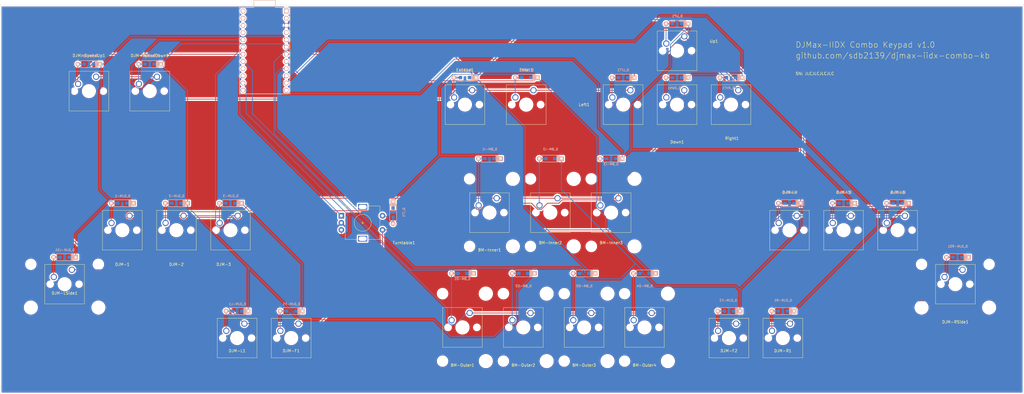
<source format=kicad_pcb>
(kicad_pcb (version 20211014) (generator pcbnew)
  (layers (0 "F.Cu" signal) (31 "B.Cu" signal) (34 "B.Paste" user) (35 "F.Paste" user) (36 "B.SilkS" user "B.Silkscreen") (37 "F.SilkS" user "F.Silkscreen") (38 "B.Mask" user) (39 "F.Mask" user) (44 "Edge.Cuts" user))
  (net 0 "")
  (net 3 "gnd")
  (net 5 "row0")
  (net 6 "row1")
  (net 7 "row2")
  (net 8 "row3")
  (net 9 "row4")
  (net 10 "row5")
  (net 11 "row6")
  (net 14 "enc1")
  (net 15 "enc0")
  (net 17 "col3")
  (net 18 "col2")
  (net 19 "col1")
  (net 20 "col0")
  (net 25 "Net-(BM-Inner1-Pad2)")
  (net 26 "Net-(BM-Inner2-Pad2)")
  (net 27 "Net-(BM-Inner3-Pad2)")
  (net 28 "Net-(BM-Outer1-Pad2)")
  (net 29 "Net-(D_BM-O2-Pad2)")
  (net 30 "Net-(BM-Outer3-Pad2)")
  (net 31 "Net-(BM-Outer4-Pad2)")
  (net 32 "Net-(DJM-1-Pad2)")
  (net 33 "Net-(DJM-2-Pad2)")
  (net 34 "Net-(D_DJM-3-Pad2)")
  (net 35 "Net-(DJM-4-Pad2)")
  (net 36 "Net-(D_DJM-5-Pad2)")
  (net 37 "Net-(DJM-6-Pad2)")
  (net 38 "Net-(DJM-F1-Pad2)")
  (net 39 "Net-(DJM-F2-Pad2)")
  (net 40 "Net-(DJM-L1-Pad2)")
  (net 41 "Net-(DJM-LSide1-Pad2)")
  (net 42 "Net-(DJM-R1-Pad2)")
  (net 43 "Net-(DJM-RSide1-Pad2)")
  (net 44 "Net-(D_SpdDwn1-Pad2)")
  (net 45 "Net-(D_SpdUp1-Pad2)")
  (net 46 "Net-(D_DWN1-Pad2)")
  (net 47 "Net-(Left1-Pad2)")
  (net 48 "Net-(Turntable1-PadS2)")
  (net 49 "Net-(D_ENTR1-Pad2)")
  (net 50 "Net-(D_ESC1-Pad2)")
  (net 51 "Net-(D_RHT1-Pad2)")
  (net 52 "Net-(D_UP1-Pad2)")
  (footprint "Button_Switch_Keyboard:SW_Cherry_MX_2.00u_Vertical_PCB" (layer "F.Cu") (at 191.28875 78.26375)
    (fp_text reference "BM-Inner2")
    (fp_text value "KEYSW")
  )
  (footprint "Button_Switch_Keyboard:SW_Cherry_MX_1.00u_PCB" (layer "F.Cu") (at 100.003 122.505)
    (fp_text reference "DJM-F1")
    (fp_text value "KEYSW")
  )
  (footprint "Button_Switch_Keyboard:SW_Cherry_MX_2.00u_PCB" (layer "F.Cu") (at 20.17875 103.505)
    (fp_text reference "DJM-LSide1")
    (fp_text value "KEYSW")
  )
  (footprint "Button_Switch_Keyboard:SW_Cherry_MX_1.00u_PCB" (layer "F.Cu") (at 275.55425 84.4545)
    (fp_text reference "DJM-4")
    (fp_text value "KEYSW")
  )
  (footprint "Button_Switch_Keyboard:SW_Cherry_MX_1.00u_PCB" (layer "F.Cu") (at 80.9535 122.505)
    (fp_text reference "DJM-L1")
    (fp_text value "KEYSW")
  )
  (footprint "Rotary_Encoder:RotaryEncoder_Alps_EC11E-Switch_Vertical_H20mm" (layer "F.Cu") (at 115.12625 84.4325)
    (fp_text reference "Turntable1")
    (fp_text value "RotaryEncoder_Switch")
  )
  (footprint "Button_Switch_Keyboard:SW_Cherry_MX_1.00u_PCB" (layer "F.Cu") (at 216.9525 40.16375)
    (fp_text reference "Left1")
    (fp_text value "KEYSW")
  )
  (footprint "Button_Switch_Keyboard:SW_Cherry_MX_1.00u_PCB" (layer "F.Cu") (at 50.165 35.40125)
    (fp_text reference "DJM-SpeedDown1")
    (fp_text value "KEYSW")
  )
  (footprint "Button_Switch_Keyboard:SW_Cherry_MX_1.00u_PCB" (layer "F.Cu") (at 294.60425 84.455)
    (fp_text reference "DJM-5")
    (fp_text value "KEYSW")
  )
  (footprint "Button_Switch_Keyboard:SW_Cherry_MX_1.00u_PCB" (layer "F.Cu") (at 161.2125 40.16375)
    (fp_text reference "Escape1")
    (fp_text value "KEYSW")
  )
  (footprint "Button_Switch_Keyboard:SW_Cherry_MX_1.00u_PCB" (layer "F.Cu") (at 254.9525 40.16375)
    (fp_text reference "Right1")
    (fp_text value "KEYSW")
  )
  (footprint "Button_Switch_Keyboard:SW_Cherry_MX_2.00u_Vertical_PCB" (layer "F.Cu") (at 181.76375 118.745)
    (fp_text reference "BM-Outer2")
    (fp_text value "KEYSW")
  )
  (footprint "Button_Switch_Keyboard:SW_Cherry_MX_2.00u_PCB" (layer "F.Cu") (at 333.97875 103.505)
    (fp_text reference "DJM-RSide1")
    (fp_text value "KEYSW")
  )
  (footprint "Button_Switch_Keyboard:SW_Cherry_MX_1.00u_PCB" (layer "F.Cu") (at 59.55325 84.455)
    (fp_text reference "DJM-2")
    (fp_text value "KEYSW")
  )
  (footprint "Button_Switch_Keyboard:SW_Cherry_MX_1.00u_PCB" (layer "F.Cu") (at 40.50325 84.455)
    (fp_text reference "DJM-1")
    (fp_text value "KEYSW")
  )
  (footprint "Button_Switch_Keyboard:SW_Cherry_MX_1.00u_PCB" (layer "F.Cu") (at 254.20425 122.505)
    (fp_text reference "DJM-F2")
    (fp_text value "KEYSW")
  )
  (footprint "Button_Switch_Keyboard:SW_Cherry_MX_1.00u_PCB" (layer "F.Cu") (at 235.9525 21.16375)
    (fp_text reference "Up1")
    (fp_text value "KEYSW")
  )
  (footprint "Button_Switch_Keyboard:SW_Cherry_MX_2.00u_Vertical_PCB" (layer "F.Cu") (at 169.8575 78.26375)
    (fp_text reference "BM-Inner1")
    (fp_text value "KEYSW")
  )
  (footprint "Button_Switch_Keyboard:SW_Cherry_MX_2.00u_Vertical_PCB" (layer "F.Cu") (at 203.195 118.745)
    (fp_text reference "BM-Outer3")
    (fp_text value "KEYSW")
  )
  (footprint "Button_Switch_Keyboard:SW_Cherry_MX_1.00u_PCB" (layer "F.Cu") (at 28.73375 35.40125)
    (fp_text reference "DJM-SpeedUp1")
    (fp_text value "KEYSW")
  )
  (footprint "Button_Switch_Keyboard:SW_Cherry_MX_1.00u_PCB" (layer "F.Cu") (at 313.65425 84.455)
    (fp_text reference "DJM-6")
    (fp_text value "KEYSW")
  )
  (footprint "Button_Switch_Keyboard:SW_Cherry_MX_1.00u_PCB" (layer "F.Cu") (at 182.8025 40.16375)
    (fp_text reference "Enter1")
    (fp_text value "KEYSW")
  )
  (footprint "Button_Switch_Keyboard:SW_Cherry_MX_2.00u_Vertical_PCB" (layer "F.Cu") (at 212.72 78.26375)
    (fp_text reference "BM-Inner3")
    (fp_text value "KEYSW")
  )
  (footprint "Button_Switch_Keyboard:SW_Cherry_MX_1.00u_PCB" (layer "F.Cu") (at 273.20425 122.505)
    (fp_text reference "DJM-R1")
    (fp_text value "KEYSW")
  )
  (footprint "Button_Switch_Keyboard:SW_Cherry_MX_1.00u_PCB" (layer "F.Cu") (at 235.9525 40.16375)
    (fp_text reference "Down1")
    (fp_text value "KEYSW")
  )
  (footprint "Button_Switch_Keyboard:SW_Cherry_MX_1.00u_PCB" (layer "F.Cu") (at 78.60325 84.455)
    (fp_text reference "DJM-3")
    (fp_text value "KEYSW")
  )
  (footprint "Button_Switch_Keyboard:SW_Cherry_MX_2.00u_Vertical_PCB" (layer "F.Cu") (at 224.465 118.745)
    (fp_text reference "BM-Outer4")
    (fp_text value "KEYSW")
  )
  (footprint "Button_Switch_Keyboard:SW_Cherry_MX_2.00u_Vertical_PCB" (layer "F.Cu") (at 160.3325 118.745)
    (fp_text reference "BM-Outer1")
    (fp_text value "KEYSW")
  )
  (footprint "keyboard_parts:D_SOD123_axial" (layer "B.Cu") (at 26.19375 30.95625 180)
    (fp_text reference "D_SpdUp1")
    (fp_text value "D" hide)
  )
  (footprint "promicro:ProMicro" (layer "B.Cu") (at 88.10625 26.19375 -90)
    (fp_text reference "ArduinoProMicro1" hide)
    (fp_text value "ProMicro")
  )
  (footprint "keyboard_parts:D_SOD123_axial" (layer "B.Cu") (at 133.35 83.34375 -90)
    (fp_text reference "D_TT1")
    (fp_text value "D" hide)
  )
  (footprint "keyboard_parts:D_SOD123_axial" (layer "B.Cu") (at 37.96325 80.01 180)
    (fp_text reference "D_DJM-1")
    (fp_text value "D" hide)
  )
  (footprint "keyboard_parts:D_SOD123_axial" (layer "B.Cu") (at 158.6725 35.71875 180)
    (fp_text reference "D_ESC1")
    (fp_text value "D" hide)
  )
  (footprint "keyboard_parts:D_SOD123_axial" (layer "B.Cu") (at 292.06425 80.01 180)
    (fp_text reference "D_DJM-5")
    (fp_text value "D" hide)
  )
  (footprint "keyboard_parts:D_SOD123_axial" (layer "B.Cu") (at 252.4125 35.71875 180)
    (fp_text reference "D_RHT1")
    (fp_text value "D" hide)
  )
  (footprint "keyboard_parts:D_SOD123_axial" (layer "B.Cu") (at 97.463 118.06 180)
    (fp_text reference "D_DJM-F1")
    (fp_text value "D" hide)
  )
  (footprint "keyboard_parts:D_SOD123_axial" (layer "B.Cu") (at 76.06325 80.01 180)
    (fp_text reference "D_DJM-3")
    (fp_text value "D" hide)
  )
  (footprint "keyboard_parts:D_SOD123_axial" (layer "B.Cu") (at 270.66425 118.06 180)
    (fp_text reference "D_DJM-R1")
    (fp_text value "D" hide)
  )
  (footprint "keyboard_parts:D_SOD123_axial" (layer "B.Cu") (at 167.3175 64.29375 180)
    (fp_text reference "D_BM-I1")
    (fp_text value "D" hide)
  )
  (footprint "keyboard_parts:D_SOD123_axial" (layer "B.Cu") (at 17.63875 99.06 180)
    (fp_text reference "D_DJM-LS1")
    (fp_text value "D" hide)
  )
  (footprint "keyboard_parts:D_SOD123_axial" (layer "B.Cu") (at 157.7925 104.775 180)
    (fp_text reference "D_BM-O1")
    (fp_text value "D" hide)
  )
  (footprint "keyboard_parts:D_SOD123_axial" (layer "B.Cu") (at 57.01325 80.01 180)
    (fp_text reference "D_DJM-2")
    (fp_text value "D" hide)
  )
  (footprint "keyboard_parts:D_SOD123_axial" (layer "B.Cu") (at 214.4125 35.71875 180)
    (fp_text reference "D_LFT1")
    (fp_text value "D" hide)
  )
  (footprint "keyboard_parts:D_SOD123_axial" (layer "B.Cu") (at 180.2625 35.71875 180)
    (fp_text reference "D_ENTR1")
    (fp_text value "D" hide)
  )
  (footprint "keyboard_parts:D_SOD123_axial" (layer "B.Cu") (at 332.20625 99.06 180)
    (fp_text reference "D_DJM-RS1")
    (fp_text value "D" hide)
  )
  (footprint "keyboard_parts:D_SOD123_axial" (layer "B.Cu") (at 210.18 64.29375 180)
    (fp_text reference "D_BM-I3")
    (fp_text value "D" hide)
  )
  (footprint "keyboard_parts:D_SOD123_axial" (layer "B.Cu") (at 78.4135 118.06 180)
    (fp_text reference "D_DJM-L1")
    (fp_text value "D" hide)
  )
  (footprint "keyboard_parts:D_SOD123_axial" (layer "B.Cu") (at 47.625 30.95625 180)
    (fp_text reference "D_SpdDwn1")
    (fp_text value "D" hide)
  )
  (footprint "keyboard_parts:D_SOD123_axial" (layer "B.Cu") (at 251.66425 118.06 180)
    (fp_text reference "D_DJM-F2")
    (fp_text value "D" hide)
  )
  (footprint "keyboard_parts:D_SOD123_axial" (layer "B.Cu") (at 233.4125 35.71875 180)
    (fp_text reference "D_DWN1")
    (fp_text value "D" hide)
  )
  (footprint "keyboard_parts:D_SOD123_axial" (layer "B.Cu") (at 188.74875 64.29375 180)
    (fp_text reference "D_BM-I2")
    (fp_text value "D" hide)
  )
  (footprint "keyboard_parts:D_SOD123_axial" (layer "B.Cu") (at 221.925 104.775 180)
    (fp_text reference "D_BM-O4")
    (fp_text value "D" hide)
  )
  (footprint "keyboard_parts:D_SOD123_axial" (layer "B.Cu") (at 273.01425 80.0095 180)
    (fp_text reference "D_DJM-4")
    (fp_text value "D" hide)
  )
  (footprint "keyboard_parts:D_SOD123_axial" (layer "B.Cu") (at 233.4125 16.71875 180)
    (fp_text reference "D_UP1")
    (fp_text value "D" hide)
  )
  (footprint "keyboard_parts:D_SOD123_axial" (layer "B.Cu") (at 179.22375 104.775 180)
    (fp_text reference "D_BM-O2")
    (fp_text value "D" hide)
  )
  (footprint "keyboard_parts:D_SOD123_axial" (layer "B.Cu") (at 200.655 104.775 180)
    (fp_text reference "D_BM-O3")
    (fp_text value "D" hide)
  )
  (footprint "keyboard_parts:D_SOD123_axial" (layer "B.Cu") (at 311.11425 80.01 180)
    (fp_text reference "D_DJM-6")
    (fp_text value "D" hide)
  )
  (gr_line (start 355.6 99.06) (end 355.6 147.319999) (layer "Edge.Cuts") (width 0.1))
  (gr_line (start 355.6 99.06) (end 355.6 10.16) (layer "Edge.Cuts") (width 0.1))
  (gr_line (start -5.08 10.16) (end 355.6 10.16) (layer "Edge.Cuts") (width 0.1))
  (gr_line (start -5.08 147.32) (end -5.08 10.16) (layer "Edge.Cuts") (width 0.1))
  (gr_line (start 355.6 147.319999) (end -5.08 147.32) (layer "Edge.Cuts") (width 0.1))
  (gr_text "github.com/sdb2139/djmax-iidx-combo-kb" (at 309.38 27.94) (layer "F.SilkS") (effects (font (size 2 2))))
  (gr_text "DJMax-IIDX Combo Keypad v1.0" (at 299.72 24.13) (layer "F.SilkS") (effects (font (size 2 2))))
  (gr_text "SN: JLCJLCJLCJLC" (at 281.94 34.29) (layer "F.SilkS") (effects (font (size 1 1))))
  (segment (start 96.85125 23.50875) (end 95.72625 22.38375) (width 0.25) (layer "B.Cu") (net 5))
  (segment (start 95.260259 26.33875) (end 95.902241 26.33875) (width 0.25) (layer "B.Cu") (net 5))
  (segment (start 21.53875 90.943509) (end 33.597259 78.885) (width 0.25) (layer "B.Cu") (net 5))
  (segment (start 40.97125 21.25875) (end 94.60125 21.25875) (width 0.25) (layer "B.Cu") (net 5))
  (segment (start 161.6925 104.775) (end 160.5675 103.65) (width 0.25) (layer "B.Cu") (net 5))
  (segment (start 96.85125 25.389741) (end 96.85125 23.50875) (width 0.25) (layer "B.Cu") (net 5))
  (segment (start 31.27375 30.95625) (end 40.97125 21.25875) (width 0.25) (layer "B.Cu") (net 5))
  (segment (start 40.73825 78.885) (end 41.86325 80.01) (width 0.25) (layer "B.Cu") (net 5))
  (segment (start 30.48 39.542586) (end 30.48 31.3425) (width 0.25) (layer "B.Cu") (net 5))
  (segment (start 30.048749 39.973837) (end 30.48 39.542586) (width 0.25) (layer "B.Cu") (net 5))
  (segment (start 91.44 55.471104) (end 91.44 30.159009) (width 0.25) (layer "B.Cu") (net 5))
  (segment (start 139.618896 103.65) (end 91.44 55.471104) (width 0.25) (layer "B.Cu") (net 5))
  (segment (start 95.902241 26.33875) (end 96.85125 25.389741) (width 0.25) (layer "B.Cu") (net 5))
  (segment (start 21.53875 99.06) (end 21.53875 90.943509) (width 0.25) (layer "B.Cu") (net 5))
  (segment (start 30.48 31.3425) (end 30.09375 30.95625) (width 0.25) (layer "B.Cu") (net 5))
  (segment (start 160.5675 103.65) (end 139.618896 103.65) (width 0.25) (layer "B.Cu") (net 5))
  (segment (start 30.048749 75.33649) (end 30.048749 39.973837) (width 0.25) (layer "B.Cu") (net 5))
  (segment (start 91.44 30.159009) (end 95.260259 26.33875) (width 0.25) (layer "B.Cu") (net 5))
  (segment (start 33.597259 78.885) (end 40.73825 78.885) (width 0.25) (layer "B.Cu") (net 5))
  (segment (start 30.09375 30.95625) (end 31.27375 30.95625) (width 0.25) (layer "B.Cu") (net 5))
  (segment (start 94.60125 21.25875) (end 95.72625 22.38375) (width 0.25) (layer "B.Cu") (net 5))
  (segment (start 33.597259 78.885) (end 30.048749 75.33649) (width 0.25) (layer "B.Cu") (net 5))
  (segment (start 174.011748 121.898252) (end 174.823495 122.71) (width 0.25) (layer "B.Cu") (net 6))
  (segment (start 98.113 118.985) (end 100.208 121.08) (width 0.25) (layer "B.Cu") (net 6))
  (segment (start 100.208 121.08) (end 147.75 121.08) (width 0.25) (layer "B.Cu") (net 6))
  (segment (start 94.60125 23.79875) (end 58.6825 23.79875) (width 0.25) (layer "B.Cu") (net 6))
  (segment (start 153.67 127) (end 168.91 127) (width 0.25) (layer "B.Cu") (net 6))
  (segment (start 82.3135 102.597664) (end 82.3135 118.06) (width 0.25) (layer "B.Cu") (net 6))
  (segment (start 95.72625 24.92375) (end 94.60125 23.79875) (width 0.25) (layer "B.Cu") (net 6))
  (segment (start 147.75 121.08) (end 153.67 127) (width 0.25) (layer "B.Cu") (net 6))
  (segment (start 60.91325 81.197414) (end 82.3135 102.597664) (width 0.25) (layer "B.Cu") (net 6))
  (segment (start 176.83875 121.875255) (end 176.83875 111.06) (width 0.25) (layer "B.Cu") (net 6))
  (segment (start 98.113 118.397164) (end 98.113 118.985) (width 0.25) (layer "B.Cu") (net 6))
  (segment (start 82.3135 102.597664) (end 98.113 118.397164) (width 0.25) (layer "B.Cu") (net 6))
  (segment (start 60.91325 80.01) (end 60.91325 40.3445) (width 0.25) (layer "B.Cu") (net 6))
  (segment (start 176.004005 122.71) (end 176.83875 121.875255) (width 0.25) (layer "B.Cu") (net 6))
  (segment (start 176.83875 111.06) (end 183.12375 104.775) (width 0.25) (layer "B.Cu") (net 6))
  (segment (start 168.91 127) (end 174.011748 121.898252) (width 0.25) (layer "B.Cu") (net 6))
  (segment (start 58.6825 23.79875) (end 51.525 30.95625) (width 0.25) (layer "B.Cu") (net 6))
  (segment (start 60.91325 80.01) (end 60.91325 81.197414) (width 0.25) (layer "B.Cu") (net 6))
  (segment (start 60.91325 40.3445) (end 51.525 30.95625) (width 0.25) (layer "B.Cu") (net 6))
  (segment (start 174.823495 122.71) (end 176.004005 122.71) (width 0.25) (layer "B.Cu") (net 6))
  (segment (start 187.747755 80.01) (end 191.77 80.01) (width 0.25) (layer "F.Cu") (net 7))
  (segment (start 182.129745 80.01) (end 184.348495 82.22875) (width 0.25) (layer "F.Cu") (net 7))
  (segment (start 79.193505 85.88) (end 82.416005 82.6575) (width 0.25) (layer "F.Cu") (net 7))
  (segment (start 278.03925 54.857375) (end 238.421875 15.24) (width 0.25) (layer "F.Cu") (net 7))
  (segment (start 160.819005 82.6575) (end 162.0825 81.394005) (width 0.25) (layer "F.Cu") (net 7))
  (segment (start 39.07825 85.045255) (end 39.912995 85.88) (width 0.25) (layer "F.Cu") (net 7))
  (segment (start 166.316505 80.01) (end 182.129745 80.01) (width 0.25) (layer "F.Cu") (net 7))
  (segment (start 58.12825 85.045255) (end 58.962995 85.88) (width 0.25) (layer "F.Cu") (net 7))
  (segment (start 183.05125 15.24) (end 162.5725 35.71875) (width 0.25) (layer "F.Cu") (net 7))
  (segment (start 95.72625 27.46375) (end 154.3175 27.46375) (width 0.25) (layer "F.Cu") (net 7))
  (segment (start 238.421875 15.24) (end 183.05125 15.24) (width 0.25) (layer "F.Cu") (net 7))
  (segment (start 78.012995 85.88) (end 79.193505 85.88) (width 0.25) (layer "F.Cu") (net 7))
  (segment (start 278.03925 81.1345) (end 278.03925 54.857375) (width 0.25) (layer "F.Cu") (net 7))
  (segment (start 60.143505 85.88) (end 60.97825 85.045255) (width 0.25) (layer "F.Cu") (net 7))
  (segment (start 164.097755 82.22875) (end 166.316505 80.01) (width 0.25) (layer "F.Cu") (net 7))
  (segment (start 162.0825 81.394005) (end 162.917245 82.22875) (width 0.25) (layer "F.Cu") (net 7))
  (segment (start 79.96325 80.01) (end 76.94325 83.03) (width 0.25) (layer "F.Cu") (net 7))
  (segment (start 184.348495 82.22875) (end 185.529005 82.22875) (width 0.25) (layer "F.Cu") (net 7))
  (segment (start 162.917245 82.22875) (end 164.097755 82.22875) (width 0.25) (layer "F.Cu") (net 7))
  (segment (start 213.575495 81.1345) (end 278.03925 81.1345) (width 0.25) (layer "F.Cu") (net 7))
  (segment (start 77.17825 85.045255) (end 78.012995 85.88) (width 0.25) (layer "F.Cu") (net 7))
  (segment (start 185.529005 82.22875) (end 187.747755 80.01) (width 0.25) (layer "F.Cu") (net 7))
  (segment (start 58.962995 85.88) (end 60.143505 85.88) (width 0.25) (layer "F.Cu") (net 7))
  (segment (start 211.295 78.854005) (end 213.575495 81.1345) (width 0.25) (layer "F.Cu") (net 7))
  (segment (start 192.925995 78.854005) (end 211.295 78.854005) (width 0.25) (layer "F.Cu") (net 7))
  (segment (start 39.912995 83.03) (end 39.07825 83.864745) (width 0.25) (layer "F.Cu") (net 7))
  (segment (start 39.07825 83.864745) (end 39.07825 85.045255) (width 0.25) (layer "F.Cu") (net 7))
  (segment (start 41.92825 85.045255) (end 58.12825 85.045255) (width 0.25) (layer "F.Cu") (net 7))
  (segment (start 191.77 80.01) (end 192.925995 78.854005) (width 0.25) (layer "F.Cu") (net 7))
  (segment (start 60.97825 85.045255) (end 77.17825 85.045255) (width 0.25) (layer "F.Cu") (net 7))
  (segment (start 154.3175 27.46375) (end 162.5725 35.71875) (width 0.25) (layer "F.Cu") (net 7))
  (segment (start 41.093505 85.88) (end 41.92825 85.045255) (width 0.25) (layer "F.Cu") (net 7))
  (segment (start 39.912995 85.88) (end 41.093505 85.88) (width 0.25) (layer "F.Cu") (net 7))
  (segment (start 76.94325 83.03) (end 39.912995 83.03) (width 0.25) (layer "F.Cu") (net 7))
  (segment (start 82.416005 82.6575) (end 160.819005 82.6575) (width 0.25) (layer "F.Cu") (net 7))
  (segment (start 203.161241 104.775) (end 204.555 104.775) (width 0.25) (layer "B.Cu") (net 7))
  (segment (start 162.5725 35.71875) (end 179.848749 52.994999) (width 0.25) (layer "B.Cu") (net 7))
  (segment (start 79.96325 80.01) (end 101.363 101.40975) (width 0.25) (layer "B.Cu") (net 7))
  (segment (start 101.363 101.40975) (end 101.363 118.06) (width 0.25) (layer "B.Cu") (net 7))
  (segment (start 179.848749 81.462508) (end 203.161241 104.775) (width 0.25) (layer "B.Cu") (net 7))
  (segment (start 179.848749 52.994999) (end 179.848749 81.462508) (width 0.25) (layer "B.Cu") (net 7))
  (segment (start 183.0375 36.84375) (end 184.1625 35.71875) (width 0.25) (layer "F.Cu") (net 8))
  (segment (start 95.72625 30.00375) (end 102.56625 36.84375) (width 0.25) (layer "F.Cu") (net 8))
  (segment (start 102.56625 36.84375) (end 183.0375 36.84375) (width 0.25) (layer "F.Cu") (net 8))
  (segment (start 170.0925 63.16875) (end 149.625 63.16875) (width 0.25) (layer "B.Cu") (net 8))
  (segment (start 204.945 79.535) (end 204.945 81.456336) (width 0.25) (layer "B.Cu") (net 8))
  (segment (start 183.0375 34.59375) (end 154.306509 34.59375) (width 0.25) (layer "B.Cu") (net 8))
  (segment (start 205.155 56.71125) (end 205.155 79.325) (width 0.25) (layer "B.Cu") (net 8))
  (segment (start 184.1625 35.71875) (end 183.0375 34.59375) (width 0.25) (layer "B.Cu") (net 8))
  (segment (start 208.28 88.9) (end 224.155 104.775) (width 0.25) (layer "B.Cu") (net 8))
  (segment (start 224.155 104.775) (end 225.825 104.775) (width 0.25) (layer "B.Cu") (net 8))
  (segment (start 149.625 63.16875) (end 149.625 39.27526) (width 0.25) (layer "B.Cu") (net 8))
  (segment (start 208.28 84.791336) (end 208.28 88.9) (width 0.25) (layer "B.Cu") (net 8))
  (segment (start 184.1625 35.71875) (end 205.155 56.71125) (width 0.25) (layer "B.Cu") (net 8))
  (segment (start 149.625 39.27526) (end 150.33013 38.57013) (width 0.25) (layer "B.Cu") (net 8))
  (segment (start 204.945 81.456336) (end 208.28 84.791336) (width 0.25) (layer "B.Cu") (net 8))
  (segment (start 171.2175 64.29375) (end 170.0925 63.16875) (width 0.25) (layer "B.Cu") (net 8))
  (segment (start 154.306509 34.59375) (end 150.33013 38.57013) (width 0.25) (layer "B.Cu") (net 8))
  (segment (start 149.625 63.16875) (end 133.35 79.44375) (width 0.25) (layer "B.Cu") (net 8))
  (segment (start 205.155 79.325) (end 204.945 79.535) (width 0.25) (layer "B.Cu") (net 8))
  (segment (start 218.3125 26.327759) (end 225.590259 19.05) (width 0.25) (layer "F.Cu") (net 9))
  (segment (start 276.91425 60.110245) (end 276.91425 80.0095) (width 0.25) (layer "F.Cu") (net 9))
  (segment (start 235.854005 19.05) (end 276.91425 60.110245) (width 0.25) (layer "F.Cu") (net 9))
  (segment (start 225.590259 19.05) (end 235.854005 19.05) (width 0.25) (layer "F.Cu") (net 9))
  (segment (start 218.3125 35.71875) (end 218.3125 26.327759) (width 0.25) (layer "F.Cu") (net 9))
  (segment (start 255.56425 110.343259) (end 255.56425 118.06) (width 0.25) (layer "B.Cu") (net 9))
  (segment (start 218.7325 101.3075) (end 221.275 103.85) (width 0.25) (layer "B.Cu") (net 9))
  (segment (start 192.64875 64.29375) (end 192.64875 75.22375) (width 0.25) (layer "B.Cu") (net 9))
  (segment (start 255.417509 110.49) (end 255.56425 110.343259) (width 0.25) (layer "B.Cu") (net 9))
  (segment (start 276.97925 80.0745) (end 276.97925 88.928259) (width 0.25) (layer "B.Cu") (net 9))
  (segment (start 93.82125 32.54375) (end 91.89 34.475) (width 0.25) (layer "B.Cu") (net 9))
  (segment (start 91.89 34.475) (end 91.89 53.84625) (width 0.25) (layer "B.Cu") (net 9))
  (segment (start 95.72625 32.54375) (end 93.82125 32.54375) (width 0.25) (layer "B.Cu") (net 9))
  (segment (start 200.005 104.755) (end 201.93 106.68) (width 0.25) (layer "B.Cu") (net 9))
  (segment (start 199.025 102.87) (end 200.005 103.85) (width 0.25) (layer "B.Cu") (net 9))
  (segment (start 226.06 109.22) (end 254 109.22) (width 0.25) (layer "B.Cu") (net 9))
  (segment (start 140.91375 102.87) (end 199.025 102.87) (width 0.25) (layer "B.Cu") (net 9))
  (segment (start 276.91425 80.0095) (end 276.97925 80.0745) (width 0.25) (layer "B.Cu") (net 9))
  (segment (start 200.005 103.85) (end 200.005 104.755) (width 0.25) (layer "B.Cu") (net 9))
  (segment (start 276.97925 88.928259) (end 255.56425 110.343259) (width 0.25) (layer "B.Cu") (net 9))
  (segment (start 221.275 104.435) (end 226.06 109.22) (width 0.25) (layer "B.Cu") (net 9))
  (segment (start 221.275 103.85) (end 221.275 104.435) (width 0.25) (layer "B.Cu") (net 9))
  (segment (start 255.27 110.49) (end 255.417509 110.49) (width 0.25) (layer "B.Cu") (net 9))
  (segment (start 192.64875 75.22375) (end 218.7325 101.3075) (width 0.25) (layer "B.Cu") (net 9))
  (segment (start 201.93 106.68) (end 213.36 106.68) (width 0.25) (layer "B.Cu") (net 9))
  (segment (start 91.89 53.84625) (end 140.91375 102.87) (width 0.25) (layer "B.Cu") (net 9))
  (segment (start 254 109.22) (end 255.27 110.49) (width 0.25) (layer "B.Cu") (net 9))
  (segment (start 213.36 106.68) (end 218.7325 101.3075) (width 0.25) (layer "B.Cu") (net 9))
  (segment (start 297.08925 81.135) (end 318.18125 81.135) (width 0.25) (layer "F.Cu") (net 10))
  (segment (start 318.18125 81.135) (end 336.10625 99.06) (width 0.25) (layer "F.Cu") (net 10))
  (segment (start 295.96425 80.01) (end 297.08925 81.135) (width 0.25) (layer "F.Cu") (net 10))
  (segment (start 217.17 61.20375) (end 214.08 64.29375) (width 0.25) (layer "B.Cu") (net 10))
  (segment (start 94.60125 41.26125) (end 94.62875 41.28875) (width 0.25) (layer "B.Cu") (net 10))
  (segment (start 231.037499 31.852501) (end 217.17 45.72) (width 0.25) (layer "B.Cu") (net 10))
  (segment (start 214.08 61.68) (end 214.08 64.29375) (width 0.25) (layer "B.Cu") (net 10))
  (segment (start 95.72625 35.08375) (end 94.60125 36.20875) (width 0.25) (layer "B.Cu") (net 10))
  (segment (start 94.60125 36.20875) (end 94.60125 41.26125) (width 0.25) (layer "B.Cu") (net 10))
  (segment (start 196.85 29.21) (end 205.74 38.1) (width 0.25) (layer "B.Cu") (net 10))
  (segment (start 237.49 19.05) (end 236.050995 19.05) (width 0.25) (layer "B.Cu") (net 10))
  (segment (start 236.050995 19.05) (end 231.037499 24.063496) (width 0.25) (layer "B.Cu") (net 10))
  (segment (start 94.62875 41.28875) (end 142.86125 41.28875) (width 0.25) (layer "B.Cu") (net 10))
  (segment (start 217.17 61.20375) (end 277.158 61.20375) (width 0.25) (layer "B.Cu") (net 10))
  (segment (start 231.037499 24.063496) (end 231.037499 31.852501) (width 0.25) (layer "B.Cu") (net 10))
  (segment (start 142.86125 41.28875) (end 154.94 29.21) (width 0.25) (layer "B.Cu") (net 10))
  (segment (start 237.49 16.89625) (end 237.49 19.05) (width 0.25) (layer "B.Cu") (net 10))
  (segment (start 205.74 38.1) (end 205.74 53.34) (width 0.25) (layer "B.Cu") (net 10))
  (segment (start 217.17 45.72) (end 217.17 61.20375) (width 0.25) (layer "B.Cu") (net 10))
  (segment (start 277.158 61.20375) (end 295.96425 80.01) (width 0.25) (layer "B.Cu") (net 10))
  (segment (start 205.74 53.34) (end 214.08 61.68) (width 0.25) (layer "B.Cu") (net 10))
  (segment (start 154.94 29.21) (end 196.85 29.21) (width 0.25) (layer "B.Cu") (net 10))
  (segment (start 237.3125 16.71875) (end 237.49 16.89625) (width 0.25) (layer "B.Cu") (net 10))
  (segment (start 255.1875 34.59375) (end 256.3125 35.71875) (width 0.25) (layer "B.Cu") (net 11))
  (segment (start 238.4375 34.59375) (end 255.1875 34.59375) (width 0.25) (layer "B.Cu") (net 11))
  (segment (start 315.01425 80.01) (end 308.72925 86.295) (width 0.25) (layer "B.Cu") (net 11))
  (segment (start 308.72925 86.295) (end 308.72925 87.585255) (width 0.25) (layer "B.Cu") (net 11))
  (segment (start 95.72625 37.62375) (end 110.49 22.86) (width 0.25) (layer "B.Cu") (net 11))
  (segment (start 110.49 22.86) (end 218.44 22.86) (width 0.25) (layer "B.Cu") (net 11))
  (segment (start 306.603994 88.309999) (end 304.314251 88.309999) (width 0.25) (layer "B.Cu") (net 11))
  (segment (start 227.33 13.97) (end 243.84 13.97) (width 0.25) (layer "B.Cu") (net 11))
  (segment (start 243.84 13.97) (end 256.3125 26.4425) (width 0.25) (layer "B.Cu") (net 11))
  (segment (start 304.314251 83.720501) (end 256.3125 35.71875) (width 0.25) (layer "B.Cu") (net 11))
  (segment (start 304.314251 88.309999) (end 274.56425 118.06) (width 0.25) (layer "B.Cu") (net 11))
  (segment (start 306.713995 88.42) (end 306.603994 88.309999) (width 0.25) (layer "B.Cu") (net 11))
  (segment (start 308.72925 87.585255) (end 307.894505 88.42) (width 0.25) (layer "B.Cu") (net 11))
  (segment (start 304.314251 88.309999) (end 304.314251 83.720501) (width 0.25) (layer "B.Cu") (net 11))
  (segment (start 218.44 22.86) (end 227.33 13.97) (width 0.25) (layer "B.Cu") (net 11))
  (segment (start 256.3125 26.4425) (end 256.3125 35.71875) (width 0.25) (layer "B.Cu") (net 11))
  (segment (start 307.894505 88.42) (end 306.713995 88.42) (width 0.25) (layer "B.Cu") (net 11))
  (segment (start 237.3125 35.71875) (end 238.4375 34.59375) (width 0.25) (layer "B.Cu") (net 11))
  (segment (start 81.61125 38.74875) (end 81.61125 48.2675) (width 0.25) (layer "B.Cu") (net 14))
  (segment (start 81.61125 48.2675) (end 118.11 84.76625) (width 0.25) (layer "B.Cu") (net 14))
  (segment (start 115.57 91.44) (end 115.12625 90.99625) (width 0.25) (layer "B.Cu") (net 14))
  (segment (start 80.48625 37.62375) (end 81.61125 38.74875) (width 0.25) (layer "B.Cu") (net 14))
  (segment (start 116.84 91.44) (end 115.57 91.44) (width 0.25) (layer "B.Cu") (net 14))
  (segment (start 115.12625 90.99625) (end 115.12625 89.4325) (width 0.25) (layer "B.Cu") (net 14))
  (segment (start 118.11 90.17) (end 116.84 91.44) (width 0.25) (layer "B.Cu") (net 14))
  (segment (start 118.11 84.76625) (end 118.11 90.17) (width 0.25) (layer "B.Cu") (net 14))
  (segment (start 80.48625 35.08375) (end 79.36125 36.20875) (width 0.25) (layer "B.Cu") (net 15))
  (segment (start 79.36125 48.6675) (end 115.12625 84.4325) (width 0.25) (layer "B.Cu") (net 15))
  (segment (start 79.36125 36.20875) (end 79.36125 48.6675) (width 0.25) (layer "B.Cu") (net 15))
  (segment (start 329.063749 106.864367) (end 332.423116 103.505) (width 0.25) (layer "F.Cu") (net 17))
  (segment (start 323.033751 114.449999) (end 329.063749 108.420001) (width 0.25) (layer "F.Cu") (net 17))
  (segment (start 160.3325 118.745) (end 181.76375 118.745) (width 0.25) (layer "F.Cu") (net 17))
  (segment (start 224.465 118.745) (end 243.569505 118.745) (width 0.25) (layer "F.Cu") (net 17))
  (segment (start 247.329505 122.505) (end 254.20425 122.505) (width 0.25) (layer "F.Cu") (net 17))
  (segment (start 329.063749 108.420001) (end 329.063749 106.864367) (width 0.25) (layer "F.Cu") (net 17))
  (segment (start 273.20425 122.505) (end 281.259251 114.449999) (width 0.25) (layer "F.Cu") (net 17))
  (segment (start 203.195 118.745) (end 224.465 118.745) (width 0.25) (layer "F.Cu") (net 17))
  (segment (start 181.76375 118.745) (end 203.195 118.745) (width 0.25) (layer "F.Cu") (net 17))
  (segment (start 243.569505 118.745) (end 247.329505 122.505) (width 0.25) (layer "F.Cu") (net 17))
  (segment (start 281.259251 114.449999) (end 323.033751 114.449999) (width 0.25) (layer "F.Cu") (net 17))
  (segment (start 254.20425 122.505) (end 273.20425 122.505) (width 0.25) (layer "F.Cu") (net 17))
  (segment (start 332.423116 103.505) (end 333.97875 103.505) (width 0.25) (layer "F.Cu") (net 17))
  (segment (start 155.288758 122.841242) (end 159.385 118.745) (width 0.25) (layer "B.Cu") (net 17))
  (segment (start 80.48625 30.00375) (end 83.82 33.3375) (width 0.25) (layer "B.Cu") (net 17))
  (segment (start 159.385 118.745) (end 160.3325 118.745) (width 0.25) (layer "B.Cu") (net 17))
  (segment (start 83.82 48.4875) (end 152.5575 117.225) (width 0.25) (layer "B.Cu") (net 17))
  (segment (start 152.5575 121.875255) (end 153.523487 122.841242) (width 0.25) (layer "B.Cu") (net 17))
  (segment (start 83.82 33.3375) (end 83.82 48.4875) (width 0.25) (layer "B.Cu") (net 17))
  (segment (start 153.523487 122.841242) (end 155.288758 122.841242) (width 0.25) (layer "B.Cu") (net 17))
  (segment (start 152.5575 117.225) (end 152.5575 121.875255) (width 0.25) (layer "B.Cu") (net 17))
  (segment (start 20.17875 103.505) (end 26.035 103.505) (width 0.25) (layer "F.Cu") (net 18))
  (segment (start 269.728995 84.4545) (end 275.55425 84.4545) (width 0.25) (layer "F.Cu") (net 18))
  (segment (start 129.62625 89.4325) (end 264.750995 89.4325) (width 0.25) (layer "F.Cu") (net 18))
  (segment (start 19.888749 38.420996) (end 19.888749 92.278749) (width 0.25) (layer "F.Cu") (net 18))
  (segment (start 80.48625 27.46375) (end 30.845995 27.46375) (width 0.25) (layer "F.Cu") (net 18))
  (segment (start 19.888749 92.278749) (end 26.67 99.06) (width 0.25) (layer "F.Cu") (net 18))
  (segment (start 26.67 99.06) (end 26.67 102.87) (width 0.25) (layer "F.Cu") (net 18))
  (segment (start 100.003 122.505) (end 107.365 122.505) (width 0.25) (layer "F.Cu") (net 18))
  (segment (start 61.9535 103.505) (end 80.9535 122.505) (width 0.25) (layer "F.Cu") (net 18))
  (segment (start 30.845995 27.46375) (end 19.888749 38.420996) (width 0.25) (layer "F.Cu") (net 18))
  (segment (start 275.55425 84.4545) (end 294.60375 84.4545) (width 0.25) (layer "F.Cu") (net 18))
  (segment (start 107.365 122.505) (end 129.62625 100.24375) (width 0.25) (layer "F.Cu") (net 18))
  (segment (start 294.60425 84.455) (end 313.65425 84.455) (width 0.25) (layer "F.Cu") (net 18))
  (segment (start 294.60375 84.4545) (end 294.60425 84.455) (width 0.25) (layer "F.Cu") (net 18))
  (segment (start 26.67 102.87) (end 26.035 103.505) (width 0.25) (layer "F.Cu") (net 18))
  (segment (start 26.035 103.505) (end 61.9535 103.505) (width 0.25) (layer "F.Cu") (net 18))
  (segment (start 264.750995 89.4325) (end 269.728995 84.4545) (width 0.25) (layer "F.Cu") (net 18))
  (segment (start 129.62625 100.24375) (end 129.62625 89.4325) (width 0.25) (layer "F.Cu") (net 18))
  (segment (start 80.9535 122.505) (end 100.003 122.505) (width 0.25) (layer "F.Cu") (net 18))
  (segment (start 78.60325 84.455) (end 84.7945 78.26375) (width 0.25) (layer "F.Cu") (net 19))
  (segment (start 191.28875 78.26375) (end 212.72 78.26375) (width 0.25) (layer "F.Cu") (net 19))
  (segment (start 212.72 73.784991) (end 235.9525 50.552491) (width 0.25) (layer "F.Cu") (net 19))
  (segment (start 235.9525 50.552491) (end 235.9525 40.16375) (width 0.25) (layer "F.Cu") (net 19))
  (segment (start 212.72 78.26375) (end 212.72 73.784991) (width 0.25) (layer "F.Cu") (net 19))
  (segment (start 169.8575 78.26375) (end 191.28875 78.26375) (width 0.25) (layer "F.Cu") (net 19))
  (segment (start 40.50325 84.455) (end 59.55325 84.455) (width 0.25) (layer "F.Cu") (net 19))
  (segment (start 59.55325 84.455) (end 78.60325 84.455) (width 0.25) (layer "F.Cu") (net 19))
  (segment (start 84.7945 78.26375) (end 169.8575 78.26375) (width 0.25) (layer "F.Cu") (net 19))
  (segment (start 70.82825 34.58175) (end 70.82825 87.647586) (width 0.25) (layer "B.Cu") (net 19))
  (segment (start 76.835 84.455) (end 78.60325 84.455) (width 0.25) (layer "B.Cu") (net 19))
  (segment (start 71.600664 88.42) (end 72.87 88.42) (width 0.25) (layer "B.Cu") (net 19))
  (segment (start 72.87 88.42) (end 76.835 84.455) (width 0.25) (layer "B.Cu") (net 19))
  (segment (start 80.48625 24.92375) (end 70.82825 34.58175) (width 0.25) (layer "B.Cu") (net 19))
  (segment (start 70.82825 87.647586) (end 71.600664 88.42) (width 0.25) (layer "B.Cu") (net 19))
  (segment (start 231.037499 26.078751) (end 231.037499 25.259992) (width 0.25) (layer "F.Cu") (net 20))
  (segment (start 152.25699 43.294005) (end 155.387245 40.16375) (width 0.25) (layer "F.Cu") (net 20))
  (segment (start 235.9525 21.16375) (end 254.9525 40.16375) (width 0.25) (layer "F.Cu") (net 20))
  (segment (start 161.2125 40.16375) (end 182.8025 40.16375) (width 0.25) (layer "F.Cu") (net 20))
  (segment (start 231.037499 25.259992) (end 235.133741 21.16375) (width 0.25) (layer "F.Cu") (net 20))
  (segment (start 28.73375 35.40125) (end 50.165 35.40125) (width 0.25) (layer "F.Cu") (net 20))
  (segment (start 182.8025 40.16375) (end 216.9525 40.16375) (width 0.25) (layer "F.Cu") (net 20))
  (segment (start 155.387245 40.16375) (end 161.2125 40.16375) (width 0.25) (layer "F.Cu") (net 20))
  (segment (start 58.057755 43.294005) (end 152.25699 43.294005) (width 0.25) (layer "F.Cu") (net 20))
  (segment (start 216.9525 40.16375) (end 231.037499 26.078751) (width 0.25) (layer "F.Cu") (net 20))
  (segment (start 235.133741 21.16375) (end 235.9525 21.16375) (width 0.25) (layer "F.Cu") (net 20))
  (segment (start 50.165 35.40125) (end 58.057755 43.294005) (width 0.25) (layer "F.Cu") (net 20))
  (segment (start 41.319999 37.461504) (end 43.228495 39.37) (width 0.25) (layer "B.Cu") (net 20))
  (segment (start 49.346241 35.40125) (end 50.165 35.40125) (width 0.25) (layer "B.Cu") (net 20))
  (segment (start 43.228495 39.37) (end 45.377491 39.37) (width 0.25) (layer "B.Cu") (net 20))
  (segment (start 50.706509 22.38375) (end 41.319999 31.77026) (width 0.25) (layer "B.Cu") (net 20))
  (segment (start 41.319999 31.77026) (end 41.319999 37.461504) (width 0.25) (layer "B.Cu") (net 20))
  (segment (start 80.48625 22.38375) (end 50.706509 22.38375) (width 0.25) (layer "B.Cu") (net 20))
  (segment (start 45.377491 39.37) (end 49.346241 35.40125) (width 0.25) (layer "B.Cu") (net 20))
  (segment (start 163.4175 64.29375) (end 163.4175 80.71375) (width 0.25) (layer "B.Cu") (net 25))
  (segment (start 163.4175 80.71375) (end 163.5075 80.80375) (width 0.25) (layer "B.Cu") (net 25))
  (segment (start 184.84875 80.71375) (end 184.93875 80.80375) (width 0.25) (layer "B.Cu") (net 26))
  (segment (start 184.84875 64.29375) (end 184.84875 80.71375) (width 0.25) (layer "B.Cu") (net 26))
  (segment (start 206.28 64.29375) (end 206.28 80.71375) (width 0.25) (layer "B.Cu") (net 27))
  (segment (start 206.28 80.71375) (end 206.37 80.80375) (width 0.25) (layer "B.Cu") (net 27))
  (segment (start 153.8925 104.775) (end 153.8925 121.195) (width 0.25) (layer "B.Cu") (net 28))
  (segment (start 153.8925 121.195) (end 153.9825 121.285) (width 0.25) (layer "B.Cu") (net 28))
  (segment (start 175.32375 104.775) (end 175.32375 121.195) (width 0.25) (layer "B.Cu") (net 29))
  (segment (start 175.32375 121.195) (end 175.41375 121.285) (width 0.25) (layer "B.Cu") (net 29))
  (segment (start 196.755 104.775) (end 196.755 121.195) (width 0.25) (layer "B.Cu") (net 30))
  (segment (start 196.755 121.195) (end 196.845 121.285) (width 0.25) (layer "B.Cu") (net 30))
  (segment (start 218.025 121.195) (end 218.115 121.285) (width 0.25) (layer "B.Cu") (net 31))
  (segment (start 218.025 104.775) (end 218.025 121.195) (width 0.25) (layer "B.Cu") (net 31))
  (segment (start 34.06325 86.905) (end 34.15325 86.995) (width 0.25) (layer "B.Cu") (net 32))
  (segment (start 34.06325 80.01) (end 34.06325 86.905) (width 0.25) (layer "B.Cu") (net 32))
  (segment (start 53.11325 80.01) (end 53.11325 86.905) (width 0.25) (layer "B.Cu") (net 33))
  (segment (start 53.11325 86.905) (end 53.20325 86.995) (width 0.25) (layer "B.Cu") (net 33))
  (segment (start 72.16325 86.905) (end 72.25325 86.995) (width 0.25) (layer "B.Cu") (net 34))
  (segment (start 72.16325 80.01) (end 72.16325 86.905) (width 0.25) (layer "B.Cu") (net 34))
  (segment (start 269.11425 80.0095) (end 269.11425 86.9045) (width 0.25) (layer "B.Cu") (net 35))
  (segment (start 269.11425 86.9045) (end 269.20425 86.9945) (width 0.25) (layer "B.Cu") (net 35))
  (segment (start 288.16425 86.905) (end 288.25425 86.995) (width 0.25) (layer "B.Cu") (net 36))
  (segment (start 288.16425 80.01) (end 288.16425 86.905) (width 0.25) (layer "B.Cu") (net 36))
  (segment (start 307.21425 80.01) (end 307.21425 86.905) (width 0.25) (layer "B.Cu") (net 37))
  (segment (start 307.21425 86.905) (end 307.30425 86.995) (width 0.25) (layer "B.Cu") (net 37))
  (segment (start 93.563 118.06) (end 93.563 124.955) (width 0.25) (layer "B.Cu") (net 38))
  (segment (start 93.563 124.955) (end 93.653 125.045) (width 0.25) (layer "B.Cu") (net 38))
  (segment (start 247.76425 118.06) (end 247.76425 124.955) (width 0.25) (layer "B.Cu") (net 39))
  (segment (start 247.76425 124.955) (end 247.85425 125.045) (width 0.25) (layer "B.Cu") (net 39))
  (segment (start 74.5135 118.06) (end 74.5135 124.955) (width 0.25) (layer "B.Cu") (net 40))
  (segment (start 74.5135 124.955) (end 74.6035 125.045) (width 0.25) (layer "B.Cu") (net 40))
  (segment (start 13.73875 99.06) (end 13.73875 105.955) (width 0.25) (layer "B.Cu") (net 41))
  (segment (start 13.73875 105.955) (end 13.82875 106.045) (width 0.25) (layer "B.Cu") (net 41))
  (segment (start 266.76425 118.06) (end 266.76425 124.955) (width 0.25) (layer "B.Cu") (net 42))
  (segment (start 266.76425 124.955) (end 266.85425 125.045) (width 0.25) (layer "B.Cu") (net 42))
  (segment (start 328.30625 105.3675) (end 327.62875 106.045) (width 0.25) (layer "B.Cu") (net 43))
  (segment (start 328.30625 99.06) (end 328.30625 105.3675) (width 0.25) (layer "B.Cu") (net 43))
  (segment (start 43.725 30.95625) (end 43.725 37.85125) (width 0.25) (layer "B.Cu") (net 44))
  (segment (start 43.725 37.85125) (end 43.815 37.94125) (width 0.25) (layer "B.Cu") (net 44))
  (segment (start 22.29375 30.95625) (end 22.29375 37.85125) (width 0.25) (layer "B.Cu") (net 45))
  (segment (start 22.29375 37.85125) (end 22.38375 37.94125) (width 0.25) (layer "B.Cu") (net 45))
  (segment (start 229.5125 35.71875) (end 229.5125 42.61375) (width 0.25) (layer "B.Cu") (net 46))
  (segment (start 229.5125 42.61375) (end 229.6025 42.70375) (width 0.25) (layer "B.Cu") (net 46))
  (segment (start 210.5125 35.71875) (end 210.5125 42.61375) (width 0.25) (layer "B.Cu") (net 47))
  (segment (start 210.5125 42.61375) (end 210.6025 42.70375) (width 0.25) (layer "B.Cu") (net 47))
  (segment (start 130.53875 84.4325) (end 129.62625 84.4325) (width 0.25) (layer "B.Cu") (net 48))
  (segment (start 133.35 87.24375) (end 130.53875 84.4325) (width 0.25) (layer "B.Cu") (net 48))
  (segment (start 176.3625 35.71875) (end 176.3625 42.61375) (width 0.25) (layer "B.Cu") (net 49))
  (segment (start 176.3625 42.61375) (end 176.4525 42.70375) (width 0.25) (layer "B.Cu") (net 49))
  (segment (start 154.7725 35.71875) (end 154.7725 42.61375) (width 0.25) (layer "B.Cu") (net 50))
  (segment (start 154.7725 42.61375) (end 154.8625 42.70375) (width 0.25) (layer "B.Cu") (net 50))
  (segment (start 248.5125 35.71875) (end 248.5125 42.61375) (width 0.25) (layer "B.Cu") (net 51))
  (segment (start 248.5125 42.61375) (end 248.6025 42.70375) (width 0.25) (layer "B.Cu") (net 51))
  (segment (start 229.5125 16.71875) (end 229.5125 23.61375) (width 0.25) (layer "B.Cu") (net 52))
  (segment (start 229.5125 23.61375) (end 229.6025 23.70375) (width 0.25) (layer "B.Cu") (net 52))
  (zone (net 3) (net_name "gnd") (layer "F.Cu") (connect_pads (clearance 0.508)) (min_thickness 0.254) (fill yes (thermal_gap 0.508) (thermal_bridge_width 0.508))
    (polygon (pts (xy 355.6 147.32) (xy -5.08 147.32) (xy -5.08 10.16) (xy 355.6 10.16)))
  )
  (zone (net 3) (net_name "gnd") (layer "B.Cu") (connect_pads (clearance 0.508)) (min_thickness 0.254) (fill yes (thermal_gap 0.508) (thermal_bridge_width 0.508))
    (polygon (pts (xy 355.6 147.32) (xy -5.08 147.32) (xy -5.08 10.16) (xy 355.6 10.16)))
  )
)
</source>
